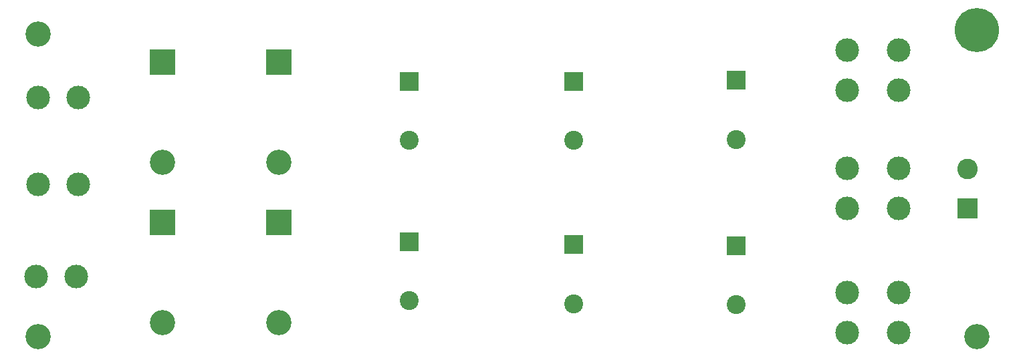
<source format=gbr>
%TF.GenerationSoftware,KiCad,Pcbnew,8.0.7*%
%TF.CreationDate,2025-02-07T19:10:24-05:00*%
%TF.ProjectId,power_supply,706f7765-725f-4737-9570-706c792e6b69,rev?*%
%TF.SameCoordinates,Original*%
%TF.FileFunction,Soldermask,Top*%
%TF.FilePolarity,Negative*%
%FSLAX46Y46*%
G04 Gerber Fmt 4.6, Leading zero omitted, Abs format (unit mm)*
G04 Created by KiCad (PCBNEW 8.0.7) date 2025-02-07 19:10:24*
%MOMM*%
%LPD*%
G01*
G04 APERTURE LIST*
%ADD10C,3.000000*%
%ADD11R,2.400000X2.400000*%
%ADD12C,2.400000*%
%ADD13R,3.200000X3.200000*%
%ADD14O,3.200000X3.200000*%
%ADD15C,3.200000*%
%ADD16R,2.600000X2.600000*%
%ADD17C,2.600000*%
%ADD18C,5.600000*%
G04 APERTURE END LIST*
D10*
%TO.C,J5*%
X169772000Y-104140000D03*
X169772000Y-99060000D03*
%TD*%
D11*
%TO.C,C2*%
X114300000Y-92576000D03*
D12*
X114300000Y-100076000D03*
%TD*%
D13*
%TO.C,D4*%
X97790000Y-90170000D03*
D14*
X97790000Y-102870000D03*
%TD*%
D11*
%TO.C,C5*%
X135128000Y-72256000D03*
D12*
X135128000Y-79756000D03*
%TD*%
D15*
%TO.C,REF\u002A\u002A*%
X186182000Y-104648000D03*
%TD*%
D10*
%TO.C,J3*%
X176276000Y-88392000D03*
X176276000Y-83312000D03*
%TD*%
D13*
%TO.C,D3*%
X83058000Y-69850000D03*
D14*
X83058000Y-82550000D03*
%TD*%
D10*
%TO.C,J1*%
X67056000Y-97028000D03*
X72136000Y-97028000D03*
%TD*%
D11*
%TO.C,C8*%
X155702000Y-93084000D03*
D12*
X155702000Y-100584000D03*
%TD*%
D11*
%TO.C,C7*%
X155702000Y-72136000D03*
D12*
X155702000Y-79636000D03*
%TD*%
D11*
%TO.C,C1*%
X114300000Y-72256000D03*
D12*
X114300000Y-79756000D03*
%TD*%
D16*
%TO.C,J7*%
X184963000Y-88352000D03*
D17*
X184963000Y-83352000D03*
%TD*%
D18*
%TO.C,REF\u002A\u002A*%
X186182000Y-65786000D03*
%TD*%
D10*
%TO.C,J6*%
X169772000Y-73406000D03*
X169772000Y-68326000D03*
%TD*%
%TO.C,J4*%
X67310000Y-74268000D03*
X72390000Y-74268000D03*
%TD*%
D11*
%TO.C,C6*%
X135128000Y-92964000D03*
D12*
X135128000Y-100464000D03*
%TD*%
D10*
%TO.C,J6*%
X176276000Y-73406000D03*
X176276000Y-68326000D03*
%TD*%
D13*
%TO.C,D1*%
X97790000Y-69850000D03*
D14*
X97790000Y-82550000D03*
%TD*%
D10*
%TO.C,J5*%
X176276000Y-104140000D03*
X176276000Y-99060000D03*
%TD*%
%TO.C,J2*%
X67310000Y-85344000D03*
X72390000Y-85344000D03*
%TD*%
D15*
%TO.C,REF\u002A\u002A*%
X67310000Y-66294000D03*
%TD*%
D13*
%TO.C,D2*%
X83058000Y-90170000D03*
D14*
X83058000Y-102870000D03*
%TD*%
D10*
%TO.C,J3*%
X169772000Y-88392000D03*
X169772000Y-83312000D03*
%TD*%
D15*
%TO.C,REF\u002A\u002A*%
X67310000Y-104648000D03*
%TD*%
M02*

</source>
